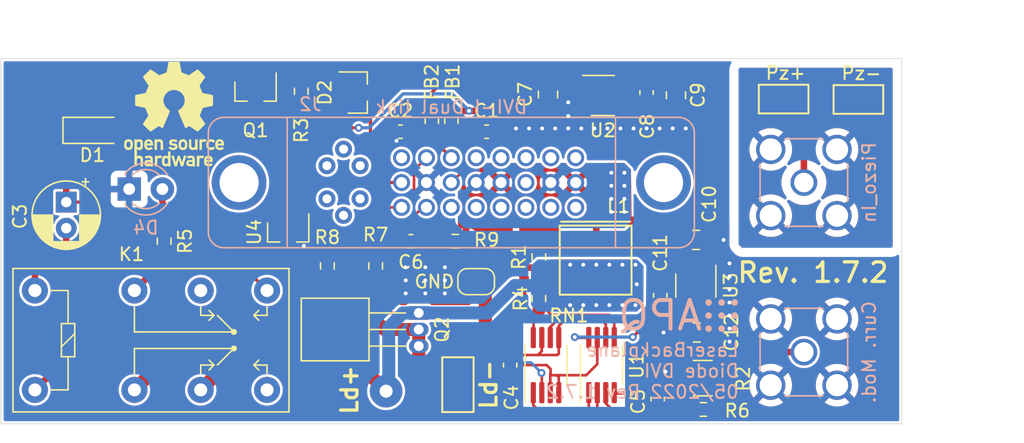
<source format=kicad_pcb>
(kicad_pcb (version 20211014) (generator pcbnew)
  (title_block (title "Laser Backplane Diode DVI") (date "2022-01-25") (rev "1.7") (company "APQ") (comment 1 "Tilman Preuschoff & Patrick Baus"))
  (layers (0 "F.Cu" signal) (31 "B.Cu" signal) (34 "B.Paste" user) (35 "F.Paste" user) (36 "B.SilkS" user "B.Silkscreen") (37 "F.SilkS" user "F.Silkscreen") (38 "B.Mask" user) (39 "F.Mask" user) (44 "Edge.Cuts" user))
  (net 0 "")
  (net 1 "Net-(C3-Pad2)")
  (net 2 "Net-(C3-Pad1)")
  (net 3 "Net-(D2-Pad2)")
  (net 4 "LD_short-")
  (net 5 "Net-(D4-Pad2)")
  (net 6 "GND")
  (net 15 "Relay-")
  (net 20 "Net-(K1-Pad13)")
  (net 27 "Net-(C2-Pad1)")
  (net 28 "Net-(J1-Pad1)")
  (net 29 "Net-(J5-Pad1)")
  (net 30 "Net-(J6-Pad1)")
  (net 34 "V_diode+")
  (net 35 "V_diode-")
  (net 36 "Net-(C1-Pad1)")
  (net 37 "Net-(C4-Pad1)")
  (net 38 "Net-(C4-Pad2)")
  (net 39 "+5V")
  (net 40 "-5V")
  (net 41 "+12V")
  (net 42 "Net-(C8-Pad2)")
  (net 43 "-12V")
  (net 44 "Net-(C11-Pad2)")
  (net 45 "Curr_Mod")
  (net 46 "Net-(R4-Pad1)")
  (net 47 "Net-(RN1-Pad1)")
  (net 48 "Net-(J2-Pad7)")
  (net 50 "Net-(C5-Pad2)")
  (net 51 "Net-(C6-Pad1)")
  (net 52 "Ld+")
  (footprint "Diode_SMD:D_SOD-123" (layer "F.Cu") (at 97 95.5)
    (fp_text reference "D1")
    (fp_text value "BAS21GWX")
  )
  (footprint "Diode_SMD:D_SOT-23_ANK" (layer "F.Cu") (at 117.3 92.6)
    (fp_text reference "D2")
    (fp_text value "BAT54")
  )
  (footprint "custom:Relay_SPDT_OMRON-G6A" (layer "F.Cu") (at 92.6 115.4)
    (fp_text reference "K1")
    (fp_text value "G6AU")
  )
  (footprint "Resistor_SMD:R_0603_1608Metric" (layer "F.Cu") (at 113 92.5 90)
    (fp_text reference "R3")
    (fp_text value "100k")
  )
  (footprint "Resistor_SMD:R_1210_3225Metric" (layer "F.Cu") (at 143.75 114.5 180)
    (fp_text reference "R2")
    (fp_text value "49.9")
  )
  (footprint "Package_TO_SOT_SMD:SOT-23" (layer "F.Cu") (at 109.5 92.5 -90)
    (fp_text reference "Q1")
    (fp_text value "MMBT3904")
  )
  (footprint "Package_TO_SOT_THT:TO-92_Inline_Horizontal1" (layer "F.Cu") (at 122 109.5 -90)
    (fp_text reference "Q2")
    (fp_text value "2N4401")
  )
  (footprint "Symbol:OSHW-Logo_7.5x8mm_SilkScreen" (layer "F.Cu") (at 103.25 94.25)
    (fp_text reference "LOGO2" hide)
    (fp_text value "Logo_Open_Hardware_Small" hide)
  )
  (footprint "Resistor_SMD:R_0603_1608Metric" (layer "F.Cu") (at 118.7 105.9 90)
    (fp_text reference "R7")
    (fp_text value "1k")
  )
  (footprint "Resistor_SMD:R_0603_1608Metric" (layer "F.Cu") (at 115 105.9 -90)
    (fp_text reference "R8")
    (fp_text value "1k")
  )
  (footprint "Connector_Wire:SolderWirePad_1x01_Drill1mm" (layer "F.Cu") (at 119.5 115.5)
    (fp_text reference "J3" hide)
    (fp_text value "Ld+")
  )
  (footprint "TestPoint:TestPoint_Keystone_5019_Minature" (layer "F.Cu") (at 125 115 90)
    (fp_text reference "J4" hide)
    (fp_text value "Ld-")
  )
  (footprint "Capacitor_THT:CP_Radial_D5.0mm_P2.00mm" (layer "F.Cu") (at 95 101 -90)
    (fp_text reference "C3")
    (fp_text value "47u")
  )
  (footprint "Resistor_SMD:R_0603_1608Metric" (layer "F.Cu") (at 102.5 104 90)
    (fp_text reference "R5")
    (fp_text value "1k")
  )
  (footprint "Capacitor_SMD:C_0603_1608Metric" (layer "F.Cu") (at 127.2 95.6)
    (fp_text reference "C1")
    (fp_text value "10n")
  )
  (footprint "Capacitor_SMD:C_0603_1608Metric" (layer "F.Cu") (at 120.6 95.6 180)
    (fp_text reference "C2")
    (fp_text value "10n")
  )
  (footprint "Capacitor_SMD:C_0603_1608Metric" (layer "F.Cu") (at 129 113.5 90)
    (fp_text reference "C4")
    (fp_text value "1.5p")
  )
  (footprint "Capacitor_SMD:C_0805_2012Metric" (layer "F.Cu") (at 131.9 92.75 -90)
    (fp_text reference "C7")
    (fp_text value "4.7u")
  )
  (footprint "Capacitor_SMD:C_0603_1608Metric" (layer "F.Cu") (at 139.45 92.6 -90)
    (fp_text reference "C8")
    (fp_text value "10n")
  )
  (footprint "Capacitor_SMD:C_0805_2012Metric" (layer "F.Cu") (at 141.7 92.8 -90)
    (fp_text reference "C9")
    (fp_text value "4.7u")
  )
  (footprint "Capacitor_SMD:C_0805_2012Metric" (layer "F.Cu") (at 143.25 103.9)
    (fp_text reference "C10")
    (fp_text value "4.7u")
  )
  (footprint "Capacitor_SMD:C_0603_1608Metric" (layer "F.Cu") (at 140.5 108.15 90)
    (fp_text reference "C11")
    (fp_text value "10n")
  )
  (footprint "Capacitor_SMD:C_0805_2012Metric" (layer "F.Cu") (at 143.3 111 180)
    (fp_text reference "C12")
    (fp_text value "4.7u")
  )
  (footprint "Inductor_SMD:L_0603_1608Metric" (layer "F.Cu") (at 124.5 94.8 90)
    (fp_text reference "FB1")
    (fp_text value "BLM18KG102SZ1D")
  )
  (footprint "Inductor_SMD:L_0603_1608Metric" (layer "F.Cu") (at 123 94.8 90)
    (fp_text reference "FB2")
    (fp_text value "BLM18KG102SZ1D")
  )
  (footprint "Resistor_SMD:R_0603_1608Metric" (layer "F.Cu") (at 131.2 105.2 90)
    (fp_text reference "R1")
    (fp_text value "49.9")
  )
  (footprint "Resistor_SMD:R_0603_1608Metric" (layer "F.Cu") (at 131.2 108.4 90)
    (fp_text reference "R4")
    (fp_text value "10")
  )
  (footprint "custom:MSOP-8_3x3mm_P0.65mm_mod" (layer "F.Cu") (at 131.75 113.5 90)
    (fp_text reference "RN1")
    (fp_text value "1k")
  )
  (footprint "Package_TO_SOT_SMD:TSOT-23-5" (layer "F.Cu") (at 136.1 92.8)
    (fp_text reference "U2")
    (fp_text value "LT1761-5")
  )
  (footprint "Package_TO_SOT_SMD:TSOT-23-5" (layer "F.Cu") (at 143.25 107.4 -90)
    (fp_text reference "U3")
    (fp_text value "LT1964-5")
  )
  (footprint "custom:MSOP-8_3x3mm_P0.65mm_mod" (layer "F.Cu") (at 136 113.5 90)
    (fp_text reference "U1")
    (fp_text value "ADA4807-2ARM")
  )
  (footprint "Package_TO_SOT_SMD:SOT-23" (layer "F.Cu") (at 112 103.3 -90)
    (fp_text reference "U4")
    (fp_text value "AT21CS11-STXXXX-X")
  )
  (footprint "custom:Coilcraft_XGL5050" (layer "F.Cu") (at 135.6 103.8 -90)
    (fp_text reference "L1")
    (fp_text value "33u")
  )
  (footprint "Jumper:SolderJumper-2_P1.3mm_Open_RoundedPad1.0x1.5mm" (layer "F.Cu") (at 126.4 107.1 180)
    (fp_text reference "JP2" hide)
    (fp_text value "GND")
  )
  (footprint "TestPoint:TestPoint_Keystone_5015_Micro-Minature" (layer "F.Cu") (at 149.95 93.1 180)
    (fp_text reference "J5" hide)
    (fp_text value "Pz+")
  )
  (footprint "TestPoint:TestPoint_Keystone_5015_Micro-Minature" (layer "F.Cu") (at 155.6766 93.1291)
    (fp_text reference "J6" hide)
    (fp_text value "Pz-")
  )
  (footprint "Capacitor_SMD:C_0603_1608Metric" (layer "F.Cu") (at 140.3 116.1 -90)
    (fp_text reference "C5")
    (fp_text value "DNF")
  )
  (footprint "Capacitor_SMD:C_0603_1608Metric" (layer "F.Cu") (at 121.4 104 180)
    (fp_text reference "C6")
    (fp_text value "10n")
  )
  (footprint "Resistor_SMD:R_0603_1608Metric" (layer "F.Cu") (at 143.8 116.9 180)
    (fp_text reference "R6")
    (fp_text value "1k")
  )
  (footprint "Resistor_SMD:R_0603_1608Metric" (layer "F.Cu") (at 124.8 104 180)
    (fp_text reference "R9")
    (fp_text value "4.7")
  )
  (footprint "LED_THT:LED_D3.0mm_FlatTop" (layer "B.Cu") (at 99.822 100)
    (fp_text reference "D4")
    (fp_text value "Green")
  )
  (footprint "Connector_Coaxial:SMA_Amphenol_901-144_Vertical" (layer "B.Cu") (at 151.5 112.5)
    (fp_text reference "J1" hide)
    (fp_text value "Curr. Mod.")
  )
  (footprint "Connector_Coaxial:SMA_Amphenol_901-144_Vertical" (layer "B.Cu") (at 151.5 99.5)
    (fp_text reference "J7" hide)
    (fp_text value "Piezo_In")
  )
  (footprint "custom:DVI-I_Conn_Link_CDVI-F29VDG1-P1" (layer "B.Cu") (at 124.495 99.5 180)
    (fp_text reference "J2")
    (fp_text value "DVI-I")
  )
  (footprint "custom:APQ-Logo_small" (layer "B.Cu") (at 144.2 110.7)
    (fp_text reference "LOGO1" hide)
    (fp_text value "Logo_APQ")
  )
  (gr_line (start 90 118) (end 90 90) (layer "Edge.Cuts") (width 0.05))
  (gr_line (start 90 90) (end 159 90) (layer "Edge.Cuts") (width 0.05))
  (gr_line (start 159 90) (end 159 118) (layer "Edge.Cuts") (width 0.05))
  (gr_line (start 159 118) (end 90 118) (layer "Edge.Cuts") (width 0.05))
  (gr_text "LaserBackplane\nDiode DVI\n05/2022 Rev 1.7.2" (at 146.6 113.95) (layer "B.SilkS") (effects (font (size 1 1)) (justify left mirror)))
  (gr_text "Rev. 1.7.2" (at 152.2 106.4) (layer "F.SilkS") (effects (font (size 1.5 1.5) (thickness 0.25))))
  (segment (start 95 103) (end 95 113) (width 0.5) (layer "F.Cu") (net 1))
  (segment (start 95 113) (end 92.6 115.4) (width 0.5) (layer "F.Cu") (net 1))
  (segment (start 106.6 104) (end 110.38 107.78) (width 0.25) (layer "F.Cu") (net 2))
  (segment (start 95.35 97.85) (end 95.35 95.5) (width 0.5) (layer "F.Cu") (net 2))
  (segment (start 95.9 93.5) (end 109.5 93.5) (width 0.5) (layer "F.Cu") (net 2))
  (segment (start 97 101) (end 100 104) (width 0.25) (layer "F.Cu") (net 2))
  (segment (start 112.05 93.25) (end 111.8 93.5) (width 0.25) (layer "F.Cu") (net 2))
  (segment (start 111.8 93.5) (end 109.5 93.5) (width 0.25) (layer "F.Cu") (net 2))
  (segment (start 95.35 95.5) (end 95.35 94.05) (width 0.5) (layer "F.Cu") (net 2))
  (segment (start 95.35 94.05) (end 95.9 93.5) (width 0.5) (layer "F.Cu") (net 2))
  (segment (start 100 104) (end 106.6 104) (width 0.25) (layer "F.Cu") (net 2))
  (segment (start 113 93.25) (end 112.05 93.25) (width 0.25) (layer "F.Cu") (net 2))
  (segment (start 95 101) (end 97 101) (width 0.25) (layer "F.Cu") (net 2))
  (segment (start 95 98.2) (end 95.35 97.85) (width 0.5) (layer "F.Cu") (net 2))
  (segment (start 95 101) (end 95 98.2) (width 0.5) (layer "F.Cu") (net 2))
  (segment (start 114.2 90.6) (end 109.45 90.6) (width 0.25) (layer "F.Cu") (net 3))
  (segment (start 92.6 94.1) (end 92.6 107.78) (width 0.5) (layer "F.Cu") (net 3))
  (segment (start 116.3 91.65) (end 115.25 91.65) (width 0.25) (layer "F.Cu") (net 3))
  (segment (start 109.45 90.6) (end 108.55 91.5) (width 0.25) (layer "F.Cu") (net 3))
  (segment (start 108.55 91.5) (end 95.2 91.5) (width 0.5) (layer "F.Cu") (net 3))
  (segment (start 115.25 91.65) (end 114.2 90.6) (width 0.25) (layer "F.Cu") (net 3))
  (segment (start 95.2 91.5) (end 92.6 94.1) (width 0.5) (layer "F.Cu") (net 3))
  (segment (start 122 110.77) (end 120.97 110.77) (width 1) (layer "F.Cu") (net 4))
  (segment (start 115 110.249998) (end 114.849999 110.399999) (width 0.2) (layer "F.Cu") (net 4))
  (segment (start 127 104.4) (end 127 103.9) (width 1) (layer "F.Cu") (net 4))
  (segment (start 125 114.4) (end 127.1 112.3) (width 1) (layer "F.Cu") (net 4))
  (segment (start 105.220001 110.399999) (end 100.22 115.4) (width 1) (layer "F.Cu") (net 4))
  (segment (start 115 106.725) (end 115 110.249998) (width 0.2) (layer "F.Cu") (net 4))
  (segment (start 122 110.77) (end 122 112.04) (width 1) (layer "F.Cu") (net 4))
  (segment (start 125.55 114.45) (end 125 115) (width 0.25) (layer "F.Cu") (net 4))
  (segment (start 125.5 114.1) (end 124.2 115.4) (width 0.25) (layer "F.Cu") (net 4))
  (segment (start 127.05 107.1) (end 127.05 104.45) (width 1) (layer "F.Cu") (net 4))
  (segment (start 118.999999 110.399999) (end 114.849999 110.399999) (width 1) (layer "F.Cu") (net 4))
  (segment (start 119.37 110.77) (end 118.999999 110.399999) (width 1) (layer "F.Cu") (net 4))
  (segment (start 122 112.04) (end 122 114.25) (width 1) (layer "F.Cu") (net 4))
  (segment (start 122 114.25) (end 122.75 115) (width 1) (layer "F.Cu") (net 4))
  (segment (start 127.05 104.45) (end 127 104.4) (width 1) (layer "F.Cu") (net 4))
  (segment (start 127.1 112.3) (end 127.1 107.15) (width 1) (layer "F.Cu") (net 4))
  (segment (start 125 115) (end 125 114.4) (width 1) (layer "F.Cu") (net 4))
  (segment (start 122.75 115) (end 125 115) (width 1) (layer "F.Cu") (net 4))
  (segment (start 119.1 110.5) (end 119.37 110.77) (width 0.2) (layer "F.Cu") (net 4))
  (segment (start 127.1 107.15) (end 127.05 107.1) (width 1) (layer "F.Cu") (net 4))
  (segment (start 114.849999 110.399999) (end 105.220001 110.399999) (width 1) (layer "F.Cu") (net 4))
  (segment (start 120.97 110.77) (end 119.37 110.77) (width 1) (layer "F.Cu") (net 4))
  (segment (start 102.5 103.25) (end 102.5 101.6) (width 0.5) (layer "F.Cu") (net 5))
  (segment (start 102.362 101.462) (end 102.362 99.5) (width 0.5) (layer "F.Cu") (net 5))
  (segment (start 102.5 101.6) (end 102.362 101.462) (width 0.5) (layer "F.Cu") (net 5))
  (segment (start 133.450001 95.349999) (end 133.45 95.35) (width 0.5) (layer "F.Cu") (net 6))
  (segment (start 140.3 115.325) (end 140.3 114.6) (width 0.2) (layer "F.Cu") (net 6))
  (segment (start 144.2 106.09) (end 144.2 103.9) (width 0.5) (layer "F.Cu") (net 6))
  (segment (start 140.3 114.6) (end 140.9 114) (width 0.2) (layer "F.Cu") (net 6))
  (segment (start 131.425 114.125) (end 131.4 114.1) (width 0.2) (layer "F.Cu") (net 6))
  (segment (start 119.825 95.825) (end 119.825 95.6) (width 0.25) (layer "F.Cu") (net 6))
  (segment (start 134 92.8) (end 133.450001 93.349999) (width 0.5) (layer "F.Cu") (net 6))
  (segment (start 131.9 93.7) (end 133.1 93.7) (width 0.5) (layer "F.Cu") (net 6))
  (segment (start 112.05 104.35) (end 113.2 104.35) (width 0.25) (layer "F.Cu") (net 6))
  (segment (start 130.65 95.35) (end 131.45 95.35) (width 0.5) (layer "F.Cu") (net 6))
  (segment (start 131.425 115.6125) (end 131.425 114.125) (width 0.2) (layer "F.Cu") (net 6))
  (segment (start 144.2 103.9) (end 145.350002 103.9) (width 0.5) (layer "F.Cu") (net 6))
  (segment (start 133.450001 93.349999) (end 133.450001 94.399967) (width 0.5) (layer "F.Cu") (net 6))
  (segment (start 134.79 92.8) (end 134 92.8) (width 0.5) (layer "F.Cu") (net 6))
  (segment (start 141.7 93.75) (end 141.7 95.05) (width 0.5) (layer "F.Cu") (net 6))
  (segment (start 141.4 114.5) (end 140.9 114) (width 0.5) (layer "F.Cu") (net 6))
  (segment (start 133.1 93.7) (end 133.450001 93.349999) (width 0.5) (layer "F.Cu") (net 6))
  (segment (start 131.45 95.35) (end 132.45 95.35) (width 0.5) (layer "F.Cu") (net 6))
  (segment (start 132.45 95.35) (end 135.45 95.35) (width 0.5) (layer "F.Cu") (net 6))
  (segment (start 142.35 111) (end 140.75 111) (width 0.5) (layer "F.Cu") (net 6))
  (segment (start 133.450001 94.399967) (end 133.450001 95.349999) (width 0.5) (layer "F.Cu") (net 6))
  (segment (start 120.625 104) (end 120.625 105.625) (width 0.5) (layer "F.Cu") (net 6))
  (segment (start 120.3 96.3) (end 119.825 95.825) (width 0.25) (layer "F.Cu") (net 6))
  (segment (start 120.625 105.625) (end 121 106) (width 0.5) (layer "F.Cu") (net 6))
  (segment (start 142.2875 114.5) (end 141.4 114.5) (width 0.5) (layer "F.Cu") (net 6))
  (segment (start 127.975 95.6) (end 130.4 95.6) (width 0.5) (layer "F.Cu") (net 6))
  (segment (start 120.925 105.925) (end 121 106) (width 0.5) (layer "F.Cu") (net 6))
  (segment (start 130.4 95.6) (end 130.65 95.35) (width 0.5) (layer "F.Cu") (net 6))
  (via (at 134.45 95.35) (size 0.6) (drill 0.3) (layers "F.Cu" "B.Cu") (net 6))
  (via (at 135.45 95.35) (size 0.6) (drill 0.3) (layers "F.Cu" "B.Cu") (net 6))
  (via (at 132.45 95.35) (size 0.6) (drill 0.3) (layers "F.Cu" "B.Cu") (net 6))
  (via (at 131.45 95.35) (size 0.6) (drill 0.3) (layers "F.Cu" "B.Cu") (net 6))
  (via (at 145.8 106.7) (size 0.6) (drill 0.3) (layers "F.Cu" "B.Cu") (net 6))
  (via (at 145.8 107.7) (size 0.6) (drill 0.3) (layers "F.Cu" "B.Cu") (net 6))
  (via (at 145.8 108.7) (size 0.6) (drill 0.3) (layers "F.Cu" "B.Cu") (net 6))
  (via (at 145.8 109.7) (size 0.6) (drill 0.3) (layers "F.Cu" "B.Cu") (net 6))
  (via (at 145.8 110.7) (size 0.6) (drill 0.3) (layers "F.Cu" "B.Cu") (net 6))
  (via (at 145.8 111.7) (size 0.6) (drill 0.3) (layers "F.Cu" "B.Cu") (net 6))
  (via (at 136.45 95.35) (size 0.6) (drill 0.3) (layers "F.Cu" "B.Cu") (net 6))
  (via (at 137.45 95.35) (size 0.6) (drill 0.3) (layers "F.Cu" "B.Cu") (net 6))
  (via (at 138.45 95.35) (size 0.6) (drill 0.3) (layers "F.Cu" "B.Cu") (net 6))
  (via (at 139.45 95.35) (size 0.6) (drill 0.3) (layers "F.Cu" "B.Cu") (net 6))
  (via (at 140.45 95.35) (size 0.6) (drill 0.3) (layers "F.Cu" "B.Cu") (net 6))
  (via (at 141.45 95.35) (size 0.6) (drill 0.3) (layers "F.Cu" "B.Cu") (net 6))
  (via (at 142.45 95.35) (size 0.6) (drill 0.3) (layers "F.Cu" "B.Cu") (net 6))
  (via (at 130.45 95.35) (size 0.6) (drill 0.3) (layers "F.Cu" "B.Cu") (net 6))
  (via (at 129.45 95.35) (size 0.6) (drill 0.3) (layers "F.Cu" "B.Cu") (net 6))
  (via (at 122.5 106) (size 0.6) (drill 0.3) (layers "F.Cu" "B.Cu") (net 6))
  (via (at 124 106) (size 0.6) (drill 0.3) (layers "F.Cu" "B.Cu") (net 6))
  (via (at 121 107) (size 0.6) (drill 0.3) (layers "F.Cu" "B.Cu") (net 6))
  (via (at 122.5 107) (size 0.6) (drill 0.3) (layers "F.Cu" "B.Cu") (net 6))
  (via (at 124 107) (size 0.6) (drill 0.3) (layers "F.Cu" "B.Cu") (net 6))
  (via (at 121 108) (size 0.6) (drill 0.3) (layers "F.Cu" "B.Cu") (net 6))
  (via (at 122.5 108) (size 0.6) (drill 0.3) (layers "F.Cu" "B.Cu") (net 6))
  (via (at 124 108) (size 0.6) (drill 0.3) (layers "F.Cu" "B.Cu") (net 6))
  (via (at 140.75 111) (size 0.6) (drill 0.3) (layers "F.Cu" "B.Cu") (net 6))
  (via (at 113.2 104.35) (size 0.6) (drill 0.3) (layers "F.Cu" "B.Cu") (net 6))
  (via (at 133.450001 94.399967) (size 0.6) (drill 0.3) (layers "F.Cu" "B.Cu") (net 6))
  (via (at 131.4 114.1) (size 0.6) (drill 0.3) (layers "F.Cu" "B.Cu") (net 6))
  (via (at 133.450001 93.349999) (size 0.6) (drill 0.3) (layers "F.Cu" "B.Cu") (net 6))
  (via (at 145.350002 103.9) (size 0.6) (drill 0.3) (layers "F.Cu" "B.Cu") (net 6))
  (via (at 121 106) (size 0.6) (drill 0.3) (layers "F.Cu" "B.Cu") (net 6))
  (via (at 145.8 105.7) (size 0.6) (drill 0.3) (layers "F.Cu" "B.Cu") (net 6))
  (via (at 120.3 96.3) (size 0.6) (drill 0.3) (layers "F.Cu" "B.Cu") (net 6))
  (via (at 133.45 95.35) (size 0.6) (drill 0.3) (layers "F.Cu" "B.Cu") (net 6))
  (via (at 140.9 114) (size 0.6) (drill 0.3) (layers "F.Cu" "B.Cu") (net 6))
  (segment (start 131.4 114.1) (end 130.6 113.3) (width 0.2) (layer "B.Cu") (net 6))
  (segment (start 130.6 113.3) (end 129.1 113.3) (width 0.2) (layer "B.Cu") (net 6))
  (segment (start 129.1 113.3) (end 128.8 113.3) (width 0.2) (layer "B.Cu") (net 6))
  (segment (start 115 92.6) (end 118.3 92.6) (width 0.25) (layer "F.Cu") (net 15))
  (segment (start 113 91.75) (end 114.15 91.75) (width 0.25) (layer "F.Cu") (net 15))
  (segment (start 119.1 98.9) (end 119.7 99.5) (width 0.25) (layer "F.Cu") (net 15))
  (segment (start 118.3 96.6) (end 119.1 97.4) (width 0.25) (layer "F.Cu") (net 15))
  (segment (start 118.3 95.205) (end 118.3 95) (width 0.25) (layer "F.Cu") (net 15))
  (segment (start 111.8 91.5) (end 112.05 91.75) (width 0.25) (layer "F.Cu") (net 15))
  (segment (start 119.1 97.4) (end 119.1 98.9) (width 0.25) (layer "F.Cu") (net 15))
  (segment (start 112.05 91.75) (end 113 91.75) (width 0.25) (layer "F.Cu") (net 15))
  (segment (start 118.3 92.6) (end 118.3 96.6) (width 0.25) (layer "F.Cu") (net 15))
  (segment (start 114.15 91.75) (end 115 92.6) (width 0.25) (layer "F.Cu") (net 15))
  (segment (start 118.3 95) (end 118.3 92.6) (width 0.25) (layer "F.Cu") (net 15))
  (segment (start 119.7 99.5) (end 120.685 99.5) (width 0.25) (layer "F.Cu") (net 15))
  (segment (start 110.45 91.5) (end 111.8 91.5) (width 0.25) (layer "F.Cu") (net 15))
  (segment (start 102.5 105.5) (end 100.22 107.78) (width 0.5) (layer "F.Cu") (net 20))
  (segment (start 102.5 104.75) (end 102.5 105.5) (width 0.5) (layer "F.Cu") (net 20))
  (segment (start 124.495 97.595) (end 123 96.1) (width 0.25) (layer "F.Cu") (net 27))
  (segment (start 123 96.1) (end 123 95.5875) (width 0.25) (layer "F.Cu") (net 27))
  (segment (start 123 95.5875) (end 121.3875 95.5875) (width 0.25) (layer "F.Cu") (net 27))
  (segment (start 121.3875 95.5875) (end 121.375 95.6) (width 0.25) (layer "F.Cu") (net 27))
  (segment (start 147.85 112.5) (end 151.5 112.5) (width 0.5) (layer "F.Cu") (net 28))
  (segment (start 145.85 114.5) (end 147.85 112.5) (width 0.5) (layer "F.Cu") (net 28))
  (segment (start 144.9 116.8) (end 145.2125 116.4875) (width 0.2) (layer "F.Cu") (net 28))
  (segment (start 145.2125 114.5) (end 145.2125 116.4875) (width 0.2) (layer "F.Cu") (net 28))
  (segment (start 145.2125 114.5) (end 145.85 114.5) (width 0.5) (layer "F.Cu") (net 28))
  (segment (start 151.5 94.3) (end 150.2 93) (width 0.5) (layer "F.Cu") (net 29))
  (segment (start 151.5 99.5) (end 151.5 94.3) (width 0.5) (layer "F.Cu") (net 29))
  (segment (start 121.344509 102.354511) (end 120.4 102.354511) (width 0.2) (layer "F.Cu") (net 34))
  (segment (start 121.344999 102.355001) (end 121.344509 102.354511) (width 0.2) (layer "F.Cu") (net 34))
  (segment (start 118.7 104) (end 120.344999 102.355001) (width 0.2) (layer "F.Cu") (net 34))
  (segment (start 122.59 101.405) (end 122.295 101.405) (width 0.2) (layer "F.Cu") (net 34))
  (segment (start 118.7 105.075) (end 118.7 104) (width 0.2) (layer "F.Cu") (net 34))
  (segment (start 122.295 101.405) (end 121.344999 102.355001) (width 0.2) (layer "F.Cu") (net 34))
  (segment (start 115.5 103.65) (end 116.8 103.65) (width 0.2) (layer "F.Cu") (net 35))
  (segment (start 115 105.075) (end 115 104.15) (width 0.2) (layer "F.Cu") (net 35))
  (segment (start 115 104.15) (end 115.5 103.65) (width 0.2) (layer "F.Cu") (net 35))
  (segment (start 116.8 103.65) (end 119.045 101.405) (width 0.2) (layer "F.Cu") (net 35))
  (segment (start 119.045 101.405) (end 120.685 101.405) (width 0.2) (layer "F.Cu") (net 35))
  (segment (start 124.495 99.5) (end 124.5 99.5) (width 0.2) (layer "F.Cu") (net 36))
  (segment (start 125.45 97) (end 124.5 96.05) (width 0.2) (layer "F.Cu") (net 36))
  (segment (start 124.5 99.5) (end 125.45 98.55) (width 0.2) (layer "F.Cu") (net 36))
  (segment (start 125.45 98.55) (end 125.45 97) (width 0.2) (layer "F.Cu") (net 36))
  (segment (start 124.5 96.05) (end 124.5 95.5875) (width 0.2) (layer "F.Cu") (net 36))
  (segment (start 124.5125 95.6) (end 124.5 95.5875) (width 0.25) (layer "F.Cu") (net 36))
  (segment (start 126.425 95.6) (end 124.5125 95.6) (width 0.25) (layer "F.Cu") (net 36))
  (segment (start 129.775 113.5) (end 131.8 113.5) (width 0.2) (layer "F.Cu") (net 37))
  (segment (start 131.8 113.5) (end 132.1 113.8) (width 0.2) (layer "F.Cu") (net 37))
  (segment (start 132.075 114.125) (end 132.075 115.6125) (width 0.2) (layer "F.Cu") (net 37))
  (segment (start 132.1 113.8) (end 132.1 114.25) (width 0.2) (layer "F.Cu") (net 37))
  (segment (start 129 114.275) (end 129.775 113.5) (width 0.2) (layer "F.Cu") (net 37))
  (segment (start 132.725 114.425) (end 132.725 115.6125) (width 0.2) (layer "F.Cu") (net 37))
  (segment (start 132.575 114.275) (end 132.725 114.425) (width 0.2) (layer "F.Cu") (net 37))
  (segment (start 132.1 114.25) (end 132.125 114.275) (width 0.2) (layer "F.Cu") (net 37))
  (segment (start 132.125 114.275) (end 132.575 114.275) (width 0.2) (layer "F.Cu") (net 37))
  (segment (start 134.825 114.275) (end 135.675 113.425) (width 0.2) (layer "F.Cu") (net 37))
  (segment (start 135.675 113.425) (end 135.675 111.3875) (width 0.2) (layer "F.Cu") (net 37))
  (segment (start 132.575 114.275) (end 134.825 114.275) (width 0.2) (layer "F.Cu") (net 37))
  (segment (start 132.725 110.490698) (end 133.165698 110.05) (width 0.2) (layer "F.Cu") (net 38))
  (segment (start 131.425 112.425) (end 131.425 111.3875) (width 0.2) (layer "F.Cu") (net 38))
  (segment (start 136.325 110.375) (end 136.325 111.35) (width 0.2) (layer "F.Cu") (net 38))
  (segment (start 133.165698 110.05) (end 136 110.05) (width 0.2) (layer "F.Cu") (net 38))
  (segment (start 132.625 112.725) (end 132.725 112.625) (width 0.2) (layer "F.Cu") (net 38))
  (segment (start 129 112.725) (end 131.125 112.725) (width 0.2) (layer "F.Cu") (net 38))
  (segment (start 132.725 111.3875) (end 132.725 110.490698) (width 0.2) (layer "F.Cu") (net 38))
  (segment (start 131.125 112.725) (end 132.625 112.725) (width 0.2) (layer "F.Cu") (net 38))
  (segment (start 136 110.05) (end 136.325 110.375) (width 0.2) (layer "F.Cu") (net 38))
  (segment (start 131.125 112.725) (end 131.425 112.425) (width 0.2) (layer "F.Cu") (net 38))
  (segment (start 132.725 112.625) (end 132.725 111.3875) (width 0.2) (layer "F.Cu") (net 38))
  (segment (start 139.6 110.15) (end 139.6 103.6) (width 0.25) (layer "F.Cu") (net 39))
  (segment (start 139.45 91.825) (end 141.675 91.825) (width 0.5) (layer "F.Cu") (net 39))
  (segment (start 144.45 100.9) (end 144.45 93.1) (width 0.25) (layer "F.Cu") (net 39))
  (segment (start 138.4 111.35) (end 139.6 110.15) (width 0.25) (layer "F.Cu") (net 39))
  (segment (start 143.2 91.85) (end 141.7 91.85) (width 0.25) (layer "F.Cu") (net 39))
  (segment (start 139.425 91.85) (end 139.45 91.825) (width 0.5) (layer "F.Cu") (net 39))
  (segment (start 143.3 102.05) (end 144.45 100.9) (width 0.25) (layer "F.Cu") (net 39))
  (segment (start 144.45 93.1) (end 143.2 91.85) (width 0.25) (layer "F.Cu") (net 39))
  (segment (start 135.025 111.3875) (end 133.9875 111.3875) (width 0.25) (layer "F.Cu") (net 39))
  (segment (start 141.675 91.825) (end 141.7 91.85) (width 0.5) (layer "F.Cu") (net 39))
  (segment (start 137.41 91.85) (end 139.425 91.85) (width 0.5) (layer "F.Cu") (net 39))
  (segment (start 139.6 103.6) (end 141.15 102.05) (width 0.25) (layer "F.Cu") (net 39))
  (segment (start 141.15 102.05) (end 143.3 102.05) (width 0.25) (layer "F.Cu") (net 39))
  (segment (start 133.9875 111.3875) (end 133.95 111.35) (width 0.25) (layer "F.Cu") (net 39))
  (via (at 138.4 111.35) (size 0.6) (drill 0.3) (layers "F.Cu" "B.Cu") (net 39))
  (via (at 133.95 111.35) (size 0.6) (drill 0.3) (layers "F.Cu" "B.Cu") (net 39))
  (segment (start 133.95 111.35) (end 138.4 111.35) (width 0.25) (layer "B.Cu") (net 39))
  (segment (start 138.375 115.65) (end 138.75 115.275) (width 0.25) (layer "F.Cu") (net 40))
  (segment (start 140.05 110.25) (end 140.5 109.8) (width 0.25) (layer "F.Cu") (net 40))
  (segment (start 140.5 109.8) (end 140.5 108.925) (width 0.25) (layer "F.Cu") (net 40))
  (segment (start 140.5 109.45) (end 140.85 109.8) (width 0.2) (layer "F.Cu") (net 40))
  (segment (start 138.75 115.275) (end 140.05 113.975) (width 0.25) (layer "F.Cu") (net 40))
  (segment (start 136.975 115.65) (end 138.375 115.65) (width 0.25) (layer "F.Cu") (net 40))
  (segment (start 140.85 109.8) (end 144 109.8) (width 0.2) (layer "F.Cu") (net 40))
  (segment (start 144.2 110.95) (end 144.25 111) (width 0.5) (layer "F.Cu") (net 40))
  (segment (start 144.2 108.71) (end 144.2 110) (width 0.5) (layer "F.Cu") (net 40))
  (segment (start 144.2 110) (end 144.2 110.95) (width 0.5) (layer "F.Cu") (net 40))
  (segment (start 140.5 108.925) (end 140.5 109.45) (width 0.2) (layer "F.Cu") (net 40))
  (segment (start 140.05 113.975) (end 140.05 110.25) (width 0.25) (layer "F.Cu") (net 40))
  (segment (start 144 109.8) (end 144.2 110) (width 0.2) (layer "F.Cu") (net 40))
  (segment (start 117.4 95.3) (end 100.9 95.3) (width 0.25) (layer "F.Cu") (net 41))
  (segment (start 135.7 93.75) (end 136.1 93.35) (width 0.25) (layer "F.Cu") (net 41))
  (segment (start 135.7 91.85) (end 134.79 91.85) (width 0.25) (layer "F.Cu") (net 41))
  (segment (start 98.65 95.5) (end 100.7 95.5) (width 0.25) (layer "F.Cu") (net 41))
  (segment (start 132.6 91.85) (end 132.55 91.8) (width 0.5) (layer "F.Cu") (net 41))
  (segment (start 126.7375 94.0125) (end 128.95 91.8) (width 0.5) (layer "F.Cu") (net 41))
  (segment (start 134.79 93.75) (end 135.7 93.75) (width 0.25) (layer "F.Cu") (net 41))
  (segment (start 124.5 94.0125) (end 125.4125 94.0125) (width 0.5) (layer "F.Cu") (net 41))
  (segment (start 125.8375 94.0125) (end 125.85 94) (width 0.25) (layer "F.Cu") (net 41))
  (segment (start 125.4125 94.0125) (end 126.7375 94.0125) (width 0.5) (layer "F.Cu") (net 41))
  (segment (start 134.79 91.85) (end 132.6 91.85) (width 0.5) (layer "F.Cu") (net 41))
  (segment (start 136.1 92.25) (end 135.7 91.85) (width 0.25) (layer "F.Cu") (net 41))
  (segment (start 136.1 93.35) (end 136.1 92.25) (width 0.25) (layer "F.Cu") (net 41))
  (segment (start 100.7 95.5) (end 100.9 95.3) (width 0.25) (layer "F.Cu") (net 41))
  (segment (start 128.95 91.8) (end 132.55 91.8) (width 0.5) (layer "F.Cu") (net 41))
  (segment (start 125.4125 94.0125) (end 125.8375 94.0125) (width 0.25) (layer "F.Cu") (net 41))
  (via (at 125.85 94) (size 0.6) (drill 0.3) (layers "F.Cu" "B.Cu") (net 41))
  (via (at 117.4 95.3) (size 0.6) (drill 0.3) (layers "F.Cu" "B.Cu") (net 41))
  (segment (start 124.55 92.7) (end 120.8 92.7) (width 0.25) (layer "B.Cu") (net 41))
  (segment (start 118.2 95.3) (end 117.4 95.3) (width 0.25) (layer "B.Cu") (net 41))
  (segment (start 125.85 94) (end 124.55 92.7) (width 0.25) (layer "B.Cu") (net 41))
  (segment (start 120.8 92.7) (end 118.2 95.3) (width 0.25) (layer "B.Cu") (net 41))
  (segment (start 138.25 93.75) (end 138.625 93.375) (width 0.2) (layer "F.Cu") (net 42))
  (segment (start 138.625 93.375) (end 139.45 93.375) (width 0.2) (layer "F.Cu") (net 42))
  (segment (start 137.41 93.75) (end 138.25 93.75) (width 0.2) (layer "F.Cu") (net 42))
  (segment (start 123 94.0125) (end 123 92.6) (width 0.25) (layer "F.Cu") (net 43))
  (segment (start 143.25 104.85) (end 143.25 106.09) (width 0.5) (layer "F.Cu") (net 43))
  (segment (start 142.3 107.55) (end 142.45 107.4) (width 0.2) (layer "F.Cu") (net 43))
  (segment (start 142.54999 102.50001) (end 142.3 102.75) (width 0.25) (layer "F.Cu") (net 43))
  (segment (start 142.9614 90.97499) (end 145 93.01359) (width 0.25) (layer "F.Cu") (net 43))
  (segment (start 142.3 103.9) (end 143.25 104.85) (width 0.5) (layer "F.Cu") (net 43))
  (segment (start 143.25 107.15) (end 143.25 106.09) (width 0.2) (layer "F.Cu") (net 43))
  (segment (start 124.62501 90.97499) (end 142.9614 90.97499) (width 0.25) (layer "F.Cu") (net 43))
  (segment (start 123 92.6) (end 124.62501 90.97499) (width 0.25) (layer "F.Cu") (net 43))
  (segment (start 145 93.01359) (end 145 100.98641) (width 0.25) (layer "F.Cu") (net 43))
  (segment (start 142.45 107.4) (end 143 107.4) (width 0.2) (layer "F.Cu") (net 43))
  (segment (start 145 100.98641) (end 143.486401 102.500009) (width 0.25) (layer "F.Cu") (net 43))
  (segment (start 143 107.4) (end 143.25 107.15) (width 0.2) (layer "F.Cu") (net 43))
  (segment (start 142.3 108.71) (end 142.3 107.55) (width 0.2) (layer "F.Cu") (net 43))
  (segment (start 142.3 102.75) (end 142.3 103.9) (width 0.25) (layer "F.Cu") (net 43))
  (segment (start 143.486401 102.500009) (end 142.54999 102.50001) (width 0.25) (layer "F.Cu") (net 43))
  (segment (start 140.86 106.09) (end 140.5 106.45) (width 0.2) (layer "F.Cu") (net 44))
  (segment (start 140.5 106.45) (end 140.5 107.375) (width 0.2) (layer "F.Cu") (net 44))
  (segment (start 142.3 106.09) (end 140.86 106.09) (width 0.2) (layer "F.Cu") (net 44))
  (segment (start 116.6 112.6) (end 119.5 115.5) (width 1) (layer "F.Cu") (net 45))
  (segment (start 118.7 108.5) (end 119.7 109.5) (width 0.2) (layer "F.Cu") (net 45))
  (segment (start 119.7 109.5) (end 122 109.5) (width 0.2) (layer "F.Cu") (net 45))
  (segment (start 108.1 112.6) (end 116.6 112.6) (width 1) (layer "F.Cu") (net 45))
  (segment (start 118.7 106.725) (end 118.7 108.5) (width 0.2) (layer "F.Cu") (net 45))
  (segment (start 105.3 115.4) (end 108.1 112.6) (width 1) (layer "F.Cu") (net 45))
  (via (at 134.6 105.8) (size 0.6) (drill 0.3) (layers "F.Cu" "B.Cu") (net 45))
  (via (at 135.6 105.8) (size 0.6) (drill 0.3) (layers "F.Cu" "B.Cu") (net 45))
  (via (at 136.6 105.8) (size 0.6) (drill 0.3) (layers "F.Cu" "B.Cu") (net 45))
  (via (at 137.6 105.8) (size 0.6) (drill 0.3) (layers "F.Cu" "B.Cu") (net 45))
  (via (at 138.6 105.8) (size 0.6) (drill 0.3) (layers "F.Cu" "B.Cu") (net 45))
  (via (at 134.6 108.9) (size 0.6) (drill 0.3) (layers "F.Cu" "B.Cu") (net 45))
  (via (at 135.6 108.9) (size 0.6) (drill 0.3) (layers "F.Cu" "B.Cu") (net 45))
  (via (at 136.6 108.9) (size 0.6) (drill 0.3) (layers "F.Cu" "B.Cu") (net 45))
  (via (at 137.6 108.9) (size 0.6) (drill 0.3) (layers "F.Cu" "B.Cu") (net 45))
  (via (at 138.6 108.9) (size 0.6) (drill 0.3) (layers "F.Cu" "B.Cu") (net 45))
  (via (at 133.6 105.8) (size 0.6) (drill 0.3) (layers "F.Cu" "B.Cu") (net 45))
  (via (at 138.7 107.3) (size 0.6) (drill 0.3) (layers "F.Cu" "B.Cu") (net 45))
  (via (at 133.6 108.9) (size 0.6) (drill 0.3) (layers "F.Cu" "B.Cu") (net 45))
  (segment (start 122 109.5) (end 127.25 109.5) (width 1) (layer "B.Cu") (net 45))
  (segment (start 119.5 115.5) (end 119.7 115.3) (width 1) (layer "B.Cu") (net 45))
  (segment (start 119.7 115.3) (end 119.7 110.6) (width 1) (layer "B.Cu") (net 45))
  (segment (start 120.8 109.5) (end 122 109.5) (width 1) (layer "B.Cu") (net 45))
  (segment (start 127.25 109.5) (end 129.35 107.4) (width 1) (layer "B.Cu") (net 45))
  (segment (start 129.35 107.4) (end 131.2 107.4) (width 1) (layer "B.Cu") (net 45))
  (segment (start 119.7 110.6) (end 120.8 109.5) (width 1) (layer "B.Cu") (net 45))
  (segment (start 130.775 109.925) (end 130.8 109.95) (width 0.2) (layer "F.Cu") (net 46))
  (segment (start 131.2 109.225) (end 131.2 109.5) (width 0.2) (layer "F.Cu") (net 46))
  (segment (start 132.075 110.575) (end 132.075 111.3875) (width 0.2) (layer "F.Cu") (net 46))
  (segment (start 136.975 111.35) (end 136.975 110.025) (width 0.2) (layer "F.Cu") (net 46))
  (segment (start 136.6 109.65) (end 133 109.65) (width 0.2) (layer "F.Cu") (net 46))
  (segment (start 136.975 110.025) (end 136.6 109.65) (width 0.2) (layer "F.Cu") (net 46))
  (segment (start 133 109.65) (end 132.45 110.2) (width 0.2) (layer "F.Cu") (net 46))
  (segment (start 131.725 109.225) (end 132.15 109.65) (width 0.2) (layer "F.Cu") (net 46))
  (segment (start 131.2 109.5) (end 130.775 109.925) (width 0.2) (layer "F.Cu") (net 46))
  (segment (start 130.8 109.95) (end 130.8 111) (width 0.2) (layer "F.Cu") (net 46))
  (segment (start 132.15 109.65) (end 132.65 109.65) (width 0.2) (layer "F.Cu") (net 46))
  (segment (start 132.45 110.2) (end 132.075 110.575) (width 0.2) (layer "F.Cu") (net 46))
  (segment (start 133 109.65) (end 132.65 109.65) (width 0.2) (layer "F.Cu") (net 46))
  (segment (start 131.2 109.225) (end 131.725 109.225) (width 0.2) (layer "F.Cu") (net 46))
  (segment (start 130.775 115.6125) (end 130.775 116.575) (width 0.2) (layer "F.Cu") (net 47))
  (segment (start 135.675 116.875) (end 135.675 115.65) (width 0.2) (layer "F.Cu") (net 47))
  (segment (start 134.8 117) (end 135.55 117) (width 0.2) (layer "F.Cu") (net 47))
  (segment (start 135.025 116.775) (end 135.025 115.65) (width 0.2) (layer "F.Cu") (net 47))
  (segment (start 130.775 116.575) (end 131.2 117) (width 0.2) (layer "F.Cu") (net 47))
  (segment (start 135.55 117) (end 135.675 116.875) (width 0.2) (layer "F.Cu") (net 47))
  (segment (start 134.8 117) (end 135.025 116.775) (width 0.2) (layer "F.Cu") (net 47))
  (segment (start 131.2 117) (end 134.8 117) (width 0.2) (layer "F.Cu") (net 47))
  (segment (start 113 103) (end 116.8843 103) (width 0.2) (layer "F.Cu") (net 48))
  (segment (start 121.940001 98.244999) (end 122.59 97.595) (width 0.2) (layer "F.Cu") (net 48))
  (segment (start 112.95 102.3) (end 112.95 102.95) (width 0.2) (layer "F.Cu") (net 48))
  (segment (start 112.95 102.95) (end 113 103) (width 0.2) (layer "F.Cu") (net 48))
  (segment (start 116.8843 103) (end 119.4343 100.45) (width 0.2) (layer "F.Cu") (net 48))
  (segment (start 119.4343 100.45) (end 121.3 100.45) (width 0.2) (layer "F.Cu") (net 48))
  (segment (start 121.63806 98.54694) (end 121.940001 98.244999) (width 0.2) (layer "F.Cu") (net 48))
  (segment (start 121.3 100.45) (end 121.63806 100.11194) (width 0.2) (layer "F.Cu") (net 48))
  (segment (start 121.63806 100.11194) (end 121.63806 98.54694) (width 0.2) (layer "F.Cu") (net 48))
  (segment (start 140.3 116.875) (end 136.775 116.875) (width 0.2) (layer "F.Cu") (net 50))
  (segment (start 136.325 116.425) (end 136.325 115.6125) (width 0.2) (layer "F.Cu") (net 50))
  (segment (start 142.95 116.875) (end 142.975 116.9) (width 0.2) (layer "F.Cu") (net 50))
  (segment (start 136.775 116.875) (end 136.325 116.425) (width 0.2) (layer "F.Cu") (net 50))
  (segment (start 140.3 116.875) (end 142.95 116.875) (width 0.2) (layer "F.Cu") (net 50))
  (segment (start 122.175 104) (end 123.8 104) (width 0.5) (layer "F.Cu") (net 51))
  (via (at 136.75 98.75) (size 0.6) (drill 0.3) (layers "F.Cu" "B.Cu") (net 52))
  (via (at 137.75 99.75) (size 0.6) (drill 0.3) (layers "F.Cu" "B.Cu") (net 52))
  (via (at 136.75 99.75) (size 0.6) (drill 0.3) (layers "F.Cu" "B.Cu") (net 52))
  (via (at 137.75 100.75) (size 0.6) (drill 0.3) (layers "F.Cu" "B.Cu") (net 52))
  (via (at 136.75 100.75) (size 0.6) (drill 0.3) (layers "F.Cu" "B.Cu") (net 52))
  (via (at 137.75 101.75) (size 0.6) (drill 0.3) (layers "F.Cu" "B.Cu") (net 52))
  (via (at 136.75 101.75) (size 0.6) (drill 0.3) (layers "F.Cu" "B.Cu") (net 52))
  (via (at 137.75 98.75) (size 0.6) (drill 0.3) (layers "F.Cu" "B.Cu") (net 52))
  (zone (net 6) (net_name "GND") (layer "F.Cu") (priority 2) (connect_pads (clearance 0.2)) (min_thickness 0.2) (fill yes (thermal_gap 0.508) (thermal_bridge_width 0.508) (smoothing chamfer) (radius 0.5))
    (polygon (pts (xy 126.3 105.55) (xy 126.4 108.9) (xy 123.2 108.9) (xy 120.1 108.9) (xy 120.1 105.45)))
  )
  (zone (net 4) (net_name "LD_short-") (layer "F.Cu") (priority 2) (connect_pads (clearance 0.2)) (min_thickness 0.2) (fill yes (thermal_gap 0.508) (thermal_bridge_width 0.508) (smoothing chamfer) (radius 0.5))
    (polygon (pts (xy 135.4 98) (xy 135.4 101.8) (xy 129.2 101.8) (xy 129.2 105) (xy 125 105.0875) (xy 125 102.4125) (xy 125 102.275) (xy 125 99.5) (xy 126.5 98) (xy 132 98)))
  )
  (zone (net 6) (net_name "GND") (layer "F.Cu") (priority 2) (connect_pads (clearance 0.2)) (min_thickness 0.254) (fill yes (thermal_gap 0.508) (thermal_bridge_width 0.508) (smoothing chamfer) (radius 0.5))
    (polygon (pts (xy 145.8 102) (xy 145.8 105.1) (xy 146.4 105.1) (xy 146.5 112.5) (xy 139.65 112.5) (xy 139.55 102)))
  )
  (zone (net 45) (net_name "Curr_Mod") (layer "F.Cu") (priority 2) (connect_pads (clearance 0.2)) (min_thickness 0.2) (fill yes (thermal_gap 0.508) (thermal_bridge_width 0.508) (smoothing chamfer) (radius 0.5))
    (polygon (pts (xy 139.2 105.4) (xy 139.2 109.4) (xy 132.1 109.4) (xy 132.1 108.3) (xy 129.7 108.3) (xy 129.7 105.4)))
  )
  (zone (net 52) (net_name "Ld+") (layer "F.Cu") (priority 2) (connect_pads (clearance 0.2)) (min_thickness 0.2) (fill yes (thermal_gap 0.508) (thermal_bridge_width 0.508) (smoothing chamfer) (radius 0.5))
    (polygon (pts (xy 138.3 102.1) (xy 139.2 102.1) (xy 139.2 105) (xy 129.7 105) (xy 129.7 102.45) (xy 135.9 102.3) (xy 135.9 98) (xy 138.25 98)))
  )
  (zone (net 6) (net_name "GND") (layer "F.Cu") (priority 1) (connect_pads (clearance 0.7)) (min_thickness 0.254) (fill yes (thermal_gap 0.508) (thermal_bridge_width 0.508) (smoothing chamfer) (radius 0.25))
    (polygon (pts (xy 143.6 96.5) (xy 127.25 96.5) (xy 127.25 91.5) (xy 143.6 91.5)))
  )
  (zone (net 6) (net_name "GND") (layer "F.Cu") (connect_pads (clearance 0.508)) (min_thickness 0.254) (fill yes (thermal_gap 0.508) (thermal_bridge_width 0.508) (smoothing chamfer) (radius 0.25))
    (polygon (pts (xy 156 108) (xy 156 117) (xy 147 117) (xy 147 108)))
  )
  (zone (net 30) (net_name "Net-(J6-Pad1)") (layer "F.Cu") (connect_pads (clearance 0.7)) (min_thickness 0.254) (fill yes (thermal_gap 0.508) (thermal_bridge_width 0.508) (smoothing chamfer) (radius 0.25))
    (polygon (pts (xy 146.5 90) (xy 159 90) (xy 159 104.5) (xy 146.5 104.5)))
  )
  (zone (net 45) (net_name "Curr_Mod") (layer "B.Cu") (priority 2) (connect_pads (clearance 0.2)) (min_thickness 0.2) (fill yes (thermal_gap 0.508) (thermal_bridge_width 0.508) (smoothing chamfer) (radius 0.5))
    (polygon (pts (xy 139.2 109.4) (xy 130.6 109.4) (xy 130.6 105.4) (xy 139.225 105.4)))
  )
  (zone (net 52) (net_name "Ld+") (layer "B.Cu") (priority 2) (connect_pads (clearance 0.2)) (min_thickness 0.2) (fill yes (thermal_gap 0.508) (thermal_bridge_width 0.508) (smoothing chamfer) (radius 0.5))
    (polygon (pts (xy 138.25 103) (xy 125 103) (xy 125 99.6) (xy 126.4 98) (xy 138.25 98)))
  )
  (zone (net 30) (net_name "Net-(J6-Pad1)") (layer "B.Cu") (priority 1) (connect_pads (clearance 0.7)) (min_thickness 0.254) (fill yes (thermal_gap 0.508) (thermal_bridge_width 0.508) (smoothing chamfer) (radius 0.25))
    (polygon (pts (xy 159 104.5) (xy 146.5 104.5) (xy 146.5 90) (xy 159 90)))
  )
  (zone (net 6) (net_name "GND") (layer "B.Cu") (connect_pads (clearance 0.2)) (min_thickness 0.2) (fill yes (thermal_gap 0.508) (thermal_bridge_width 0.508) (smoothing chamfer) (radius 0.25))
    (polygon (pts (xy 90 90) (xy 90 118) (xy 159.05 118) (xy 159 106.55) (xy 159 99.2) (xy 159 90.05)))
  )
  (zone (net 0) (net_name "") (layer "B.Cu") (connect_pads (clearance 0)) (min_thickness 0.254)
    (keepout (tracks allowed) (vias allowed) (pads allowed) (copperpour not_allowed) (footprints allowed))
    (fill (thermal_gap 0.508) (thermal_bridge_width 0.508))
    (polygon (pts (xy 137.8 116.7) (xy 130 116.7) (xy 130 110.3) (xy 137.8 110.3)))
  )
)
</source>
